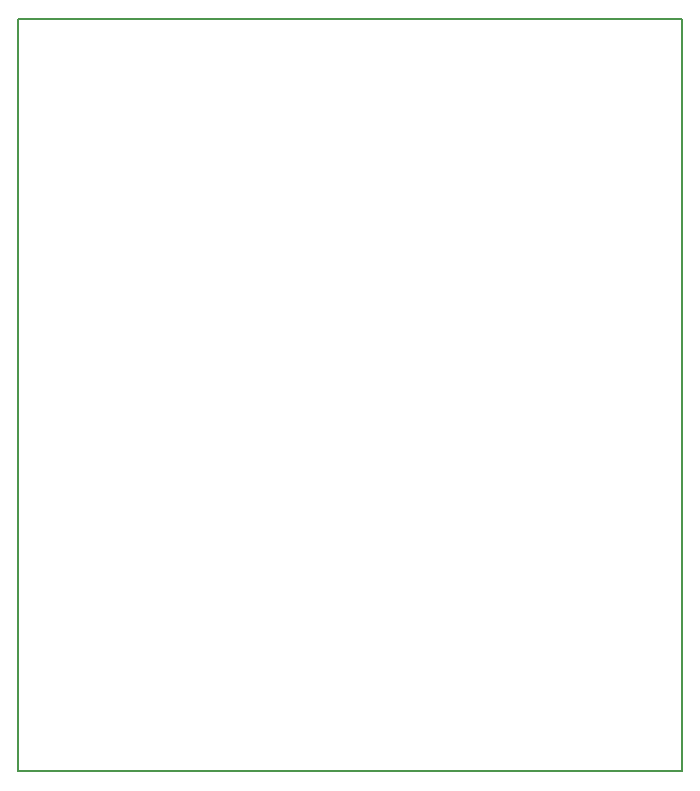
<source format=gbo>
G04 MADE WITH FRITZING*
G04 WWW.FRITZING.ORG*
G04 DOUBLE SIDED*
G04 HOLES PLATED*
G04 CONTOUR ON CENTER OF CONTOUR VECTOR*
%ASAXBY*%
%FSLAX23Y23*%
%MOIN*%
%OFA0B0*%
%SFA1.0B1.0*%
%ADD10R,2.223320X2.512850X2.207320X2.496850*%
%ADD11C,0.008000*%
%LNSILK0*%
G90*
G70*
G54D11*
X4Y2509D02*
X2219Y2509D01*
X2219Y4D01*
X4Y4D01*
X4Y2509D01*
D02*
G04 End of Silk0*
M02*
</source>
